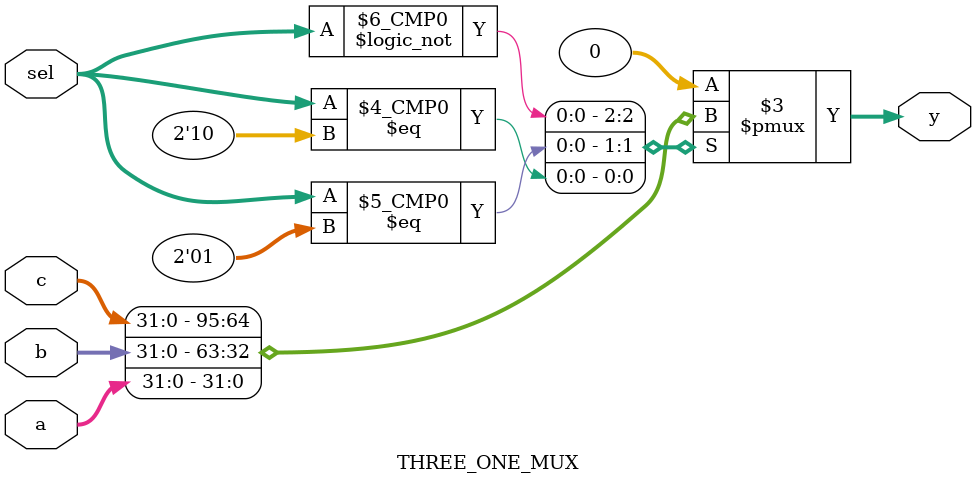
<source format=v>
`timescale 1ns / 1ps


module THREE_ONE_MUX(
    input [31:0] a,
    input [31:0] b,
    input [31:0] c,
    input [1:0] sel,
    output reg [31:0] y);
    
	always @ *
		case (sel)
			2'b00: y = c;    // NPC_WIRE
			2'b01: y = b;    // JUMP
			2'b10: y = a;    // EX_MEM_NPC
			default: y = 0;
		endcase
endmodule

</source>
